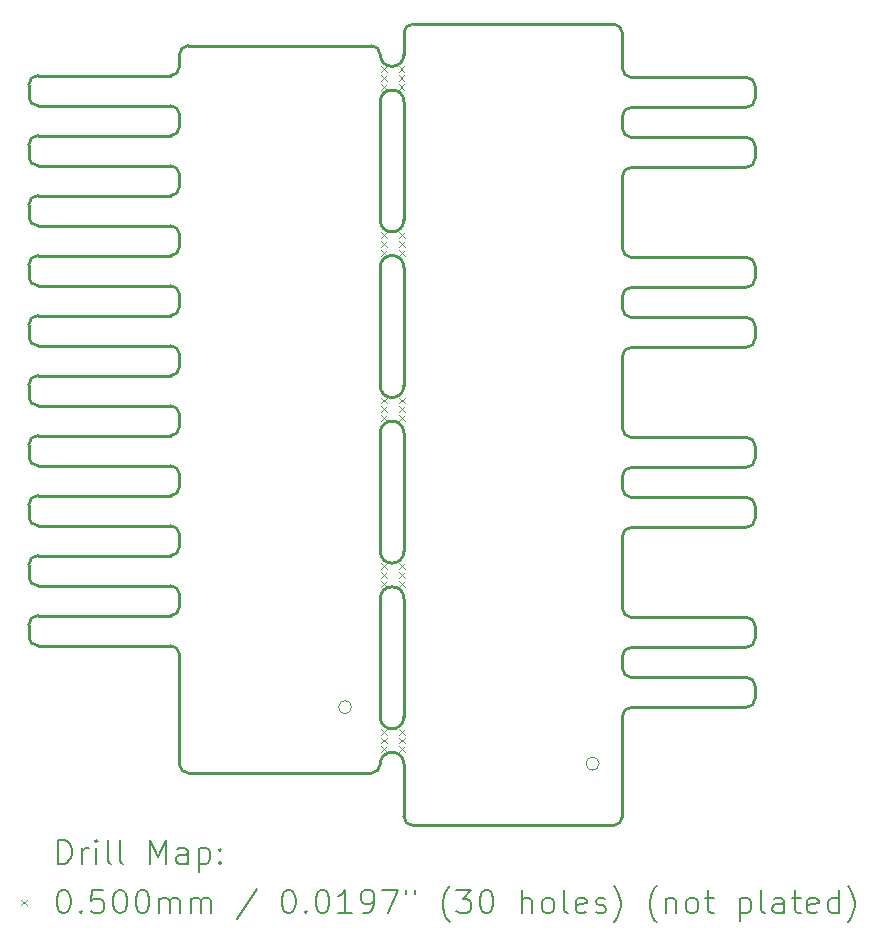
<source format=gbr>
%TF.GenerationSoftware,KiCad,Pcbnew,7.0.11*%
%TF.CreationDate,2025-07-03T12:22:18-04:00*%
%TF.ProjectId,14.1.6 - PMOS - PLC Connector Combined,31342e31-2e36-4202-9d20-504d4f53202d,rev?*%
%TF.SameCoordinates,Original*%
%TF.FileFunction,Drillmap*%
%TF.FilePolarity,Positive*%
%FSLAX45Y45*%
G04 Gerber Fmt 4.5, Leading zero omitted, Abs format (unit mm)*
G04 Created by KiCad (PCBNEW 7.0.11) date 2025-07-03 12:22:18*
%MOMM*%
%LPD*%
G01*
G04 APERTURE LIST*
%ADD10C,0.250000*%
%ADD11C,0.100000*%
%ADD12C,0.200000*%
G04 APERTURE END LIST*
D10*
X7124000Y-7599000D02*
X8249000Y-7599000D01*
X10024000Y-11518750D02*
X10024000Y-12520750D01*
X13198999Y-9212051D02*
G75*
G03*
X13124000Y-9137051I-74999J1D01*
G01*
X7049000Y-7778000D02*
X7049000Y-7674000D01*
X8249000Y-11917000D02*
X7124000Y-11917000D01*
X7124000Y-8615000D02*
X8249000Y-8615000D01*
X10224000Y-12520750D02*
X10224000Y-11518750D01*
X7049000Y-11334000D02*
X7049000Y-11230000D01*
X13124000Y-10915051D02*
X12149000Y-10915051D01*
X10024000Y-7312000D02*
X10024000Y-8314000D01*
X7049000Y-11334000D02*
G75*
G03*
X7124000Y-11409000I75000J0D01*
G01*
X13198999Y-12260051D02*
G75*
G03*
X13124000Y-12185051I-74999J1D01*
G01*
X7049000Y-8794000D02*
G75*
G03*
X7124000Y-8869000I75000J0D01*
G01*
X12073999Y-7030051D02*
G75*
G03*
X12149000Y-7105051I75001J1D01*
G01*
X8249000Y-7091000D02*
G75*
G03*
X8324000Y-7016000I0J75000D01*
G01*
X8249000Y-9377000D02*
X7124000Y-9377000D01*
X12074000Y-12006051D02*
X12074000Y-12110051D01*
X12074000Y-7942051D02*
X12074000Y-8554051D01*
X7049000Y-11842000D02*
G75*
G03*
X7124000Y-11917000I75000J0D01*
G01*
X13199000Y-12260051D02*
X13199000Y-12364051D01*
X7124000Y-8615000D02*
G75*
G03*
X7049000Y-8690000I0J-75000D01*
G01*
X7124000Y-11663000D02*
G75*
G03*
X7049000Y-11738000I0J-75000D01*
G01*
X10024000Y-6912000D02*
G75*
G03*
X10224000Y-6912000I100000J0D01*
G01*
X7049000Y-10826000D02*
G75*
G03*
X7124000Y-10901000I75000J0D01*
G01*
X8324000Y-8032000D02*
X8324000Y-7928000D01*
X12073999Y-7538051D02*
G75*
G03*
X12149000Y-7613051I75001J1D01*
G01*
X12073999Y-10586051D02*
G75*
G03*
X12149000Y-10661051I75001J1D01*
G01*
X12149000Y-7867050D02*
G75*
G03*
X12074000Y-7942051I0J-75000D01*
G01*
X8249000Y-10393000D02*
X7124000Y-10393000D01*
X12149000Y-11931050D02*
G75*
G03*
X12074000Y-12006051I0J-75000D01*
G01*
X12149000Y-8629051D02*
X13124000Y-8629051D01*
X13124000Y-7359051D02*
X12149000Y-7359051D01*
X13124000Y-9391051D02*
X12149000Y-9391051D01*
X8249000Y-7599000D02*
G75*
G03*
X8324000Y-7524000I0J75000D01*
G01*
X10024000Y-6912000D02*
G75*
G03*
X9949000Y-6837000I-75000J0D01*
G01*
X8249000Y-7345000D02*
X7124000Y-7345000D01*
X13198999Y-10736051D02*
G75*
G03*
X13124000Y-10661051I-74999J1D01*
G01*
X13199000Y-9212051D02*
X13199000Y-9316051D01*
X10024000Y-8714000D02*
X10024000Y-9716000D01*
X7049000Y-9810000D02*
G75*
G03*
X7124000Y-9885000I75000J0D01*
G01*
X13124000Y-10407051D02*
X12149000Y-10407051D01*
X7049000Y-7778000D02*
G75*
G03*
X7124000Y-7853000I75000J0D01*
G01*
X7049000Y-8794000D02*
X7049000Y-8690000D01*
X8324000Y-11080000D02*
X8324000Y-10976000D01*
X13198999Y-11752051D02*
G75*
G03*
X13124000Y-11677051I-74999J1D01*
G01*
X13124000Y-8883051D02*
X12149000Y-8883051D01*
X7124000Y-11155000D02*
G75*
G03*
X7049000Y-11230000I0J-75000D01*
G01*
X13199000Y-8704051D02*
X13199000Y-8808051D01*
X8324000Y-11484000D02*
G75*
G03*
X8249000Y-11409000I-75000J0D01*
G01*
X10224000Y-10116750D02*
G75*
G03*
X10024000Y-10116750I-100000J0D01*
G01*
X8249000Y-9123000D02*
G75*
G03*
X8324000Y-9048000I0J75000D01*
G01*
X13124000Y-9391050D02*
G75*
G03*
X13199000Y-9316051I0J75000D01*
G01*
X7124000Y-11663000D02*
X8249000Y-11663000D01*
X8249000Y-7853000D02*
X7124000Y-7853000D01*
X8249000Y-10901000D02*
X7124000Y-10901000D01*
X7049000Y-10318000D02*
X7049000Y-10214000D01*
X8324000Y-8944000D02*
G75*
G03*
X8249000Y-8869000I-75000J0D01*
G01*
X12149000Y-9391050D02*
G75*
G03*
X12074000Y-9466051I0J-75000D01*
G01*
X8324000Y-12920750D02*
G75*
G03*
X8399000Y-12995750I75000J0D01*
G01*
X8324000Y-7016000D02*
X8324000Y-6912000D01*
X7049000Y-8286000D02*
G75*
G03*
X7124000Y-8361000I75000J0D01*
G01*
X10224000Y-12920750D02*
G75*
G03*
X10024000Y-12920750I-100000J0D01*
G01*
X10224000Y-11118750D02*
X10224000Y-10116750D01*
X7124000Y-10647000D02*
G75*
G03*
X7049000Y-10722000I0J-75000D01*
G01*
X8249000Y-10647000D02*
G75*
G03*
X8324000Y-10572000I0J75000D01*
G01*
X13198999Y-10228051D02*
G75*
G03*
X13124000Y-10153051I-74999J1D01*
G01*
X10224000Y-9716000D02*
X10224000Y-8714000D01*
X12149000Y-10915050D02*
G75*
G03*
X12074000Y-10990051I0J-75000D01*
G01*
X8249000Y-8361000D02*
X7124000Y-8361000D01*
X8324000Y-10468000D02*
G75*
G03*
X8249000Y-10393000I-75000J0D01*
G01*
X8249000Y-8615000D02*
G75*
G03*
X8324000Y-8540000I0J75000D01*
G01*
X12149000Y-11677051D02*
X13124000Y-11677051D01*
X9949000Y-12995750D02*
X8399000Y-12995750D01*
X12073999Y-6730051D02*
G75*
G03*
X11999000Y-6655051I-74999J1D01*
G01*
X12073999Y-11602051D02*
G75*
G03*
X12149000Y-11677051I75001J1D01*
G01*
X13124000Y-7867050D02*
G75*
G03*
X13199000Y-7792051I0J75000D01*
G01*
X7124000Y-10139000D02*
X8249000Y-10139000D01*
X10224000Y-7312000D02*
G75*
G03*
X10024000Y-7312000I-100000J0D01*
G01*
X10299000Y-6655050D02*
G75*
G03*
X10224000Y-6730051I0J-75000D01*
G01*
X12074000Y-6730051D02*
X12074000Y-7030051D01*
X12073999Y-10078051D02*
G75*
G03*
X12149000Y-10153051I75001J1D01*
G01*
X7049000Y-8286000D02*
X7049000Y-8182000D01*
X13124000Y-11931051D02*
X12149000Y-11931051D01*
X7049000Y-10318000D02*
G75*
G03*
X7124000Y-10393000I75000J0D01*
G01*
X13199000Y-7688051D02*
X13199000Y-7792051D01*
X8324000Y-10976000D02*
G75*
G03*
X8249000Y-10901000I-75000J0D01*
G01*
X12074000Y-10482051D02*
X12074000Y-10586051D01*
X7124000Y-7599000D02*
G75*
G03*
X7049000Y-7674000I0J-75000D01*
G01*
X8249000Y-8107000D02*
G75*
G03*
X8324000Y-8032000I0J75000D01*
G01*
X8324000Y-10064000D02*
X8324000Y-9960000D01*
X12149000Y-7359050D02*
G75*
G03*
X12074000Y-7434051I0J-75000D01*
G01*
X10024000Y-10116750D02*
X10024000Y-11118750D01*
X8324000Y-8436000D02*
G75*
G03*
X8249000Y-8361000I-75000J0D01*
G01*
X7124000Y-11155000D02*
X8249000Y-11155000D01*
X7049000Y-7270000D02*
X7049000Y-7166000D01*
X8324000Y-11992000D02*
G75*
G03*
X8249000Y-11917000I-75000J0D01*
G01*
X12149000Y-10407050D02*
G75*
G03*
X12074000Y-10482051I0J-75000D01*
G01*
X12074000Y-9466051D02*
X12074000Y-10078051D01*
X8324000Y-11588000D02*
X8324000Y-11484000D01*
X13124000Y-11931050D02*
G75*
G03*
X13199000Y-11856051I0J75000D01*
G01*
X10024000Y-11118750D02*
G75*
G03*
X10224000Y-11118750I100000J0D01*
G01*
X7124000Y-10139000D02*
G75*
G03*
X7049000Y-10214000I0J-75000D01*
G01*
X8399000Y-6837000D02*
G75*
G03*
X8324000Y-6912000I0J-75000D01*
G01*
X7049000Y-10826000D02*
X7049000Y-10722000D01*
X13198999Y-7180051D02*
G75*
G03*
X13124000Y-7105051I-74999J1D01*
G01*
X12073999Y-9062051D02*
G75*
G03*
X12149000Y-9137051I75001J1D01*
G01*
X7124000Y-7091000D02*
G75*
G03*
X7049000Y-7166000I0J-75000D01*
G01*
X8324000Y-8540000D02*
X8324000Y-8436000D01*
X12073999Y-8554051D02*
G75*
G03*
X12149000Y-8629051I75001J1D01*
G01*
X7124000Y-9123000D02*
G75*
G03*
X7049000Y-9198000I0J-75000D01*
G01*
X12149000Y-8883050D02*
G75*
G03*
X12074000Y-8958051I0J-75000D01*
G01*
X7124000Y-9631000D02*
G75*
G03*
X7049000Y-9706000I0J-75000D01*
G01*
X7049000Y-9810000D02*
X7049000Y-9706000D01*
X7049000Y-9302000D02*
X7049000Y-9198000D01*
X8324000Y-7420000D02*
G75*
G03*
X8249000Y-7345000I-75000J0D01*
G01*
X8249000Y-11409000D02*
X7124000Y-11409000D01*
X7049000Y-9302000D02*
G75*
G03*
X7124000Y-9377000I75000J0D01*
G01*
X13124000Y-12439050D02*
G75*
G03*
X13199000Y-12364051I0J75000D01*
G01*
X12149000Y-12185051D02*
X13124000Y-12185051D01*
X7049000Y-7270000D02*
G75*
G03*
X7124000Y-7345000I75000J0D01*
G01*
X8324000Y-10572000D02*
X8324000Y-10468000D01*
X10224000Y-6912000D02*
X10224000Y-6730051D01*
X12073999Y-12110051D02*
G75*
G03*
X12149000Y-12185051I75001J1D01*
G01*
X7124000Y-9631000D02*
X8249000Y-9631000D01*
X7124000Y-8107000D02*
G75*
G03*
X7049000Y-8182000I0J-75000D01*
G01*
X12074000Y-8958051D02*
X12074000Y-9062051D01*
X8324000Y-9960000D02*
G75*
G03*
X8249000Y-9885000I-75000J0D01*
G01*
X8249000Y-9885000D02*
X7124000Y-9885000D01*
X10024000Y-8314000D02*
G75*
G03*
X10224000Y-8314000I100000J0D01*
G01*
X11999000Y-13439051D02*
X10299000Y-13439051D01*
X8249000Y-11663000D02*
G75*
G03*
X8324000Y-11588000I0J75000D01*
G01*
X7124000Y-8107000D02*
X8249000Y-8107000D01*
X7124000Y-7091000D02*
X8249000Y-7091000D01*
X8324000Y-7524000D02*
X8324000Y-7420000D01*
X10224000Y-13364051D02*
X10224000Y-12920750D01*
X11999000Y-13439050D02*
G75*
G03*
X12074000Y-13364051I0J75000D01*
G01*
X13124000Y-10407050D02*
G75*
G03*
X13199000Y-10332051I0J75000D01*
G01*
X10224000Y-8714000D02*
G75*
G03*
X10024000Y-8714000I-100000J0D01*
G01*
X8324000Y-9452000D02*
G75*
G03*
X8249000Y-9377000I-75000J0D01*
G01*
X10224000Y-11518750D02*
G75*
G03*
X10024000Y-11518750I-100000J0D01*
G01*
X10024000Y-12520750D02*
G75*
G03*
X10224000Y-12520750I100000J0D01*
G01*
X12074000Y-10990051D02*
X12074000Y-11602051D01*
X9949000Y-12995750D02*
G75*
G03*
X10024000Y-12920750I0J75000D01*
G01*
X12074000Y-7434051D02*
X12074000Y-7538051D01*
X13199000Y-7180051D02*
X13199000Y-7284051D01*
X12149000Y-10153051D02*
X13124000Y-10153051D01*
X10224000Y-8314000D02*
X10224000Y-7312000D01*
X8324000Y-12920750D02*
X8324000Y-11992000D01*
X8249000Y-9631000D02*
G75*
G03*
X8324000Y-9556000I0J75000D01*
G01*
X7049000Y-11842000D02*
X7049000Y-11738000D01*
X8324000Y-9048000D02*
X8324000Y-8944000D01*
X13199000Y-10736051D02*
X13199000Y-10840051D01*
X10223999Y-13364051D02*
G75*
G03*
X10299000Y-13439051I75001J1D01*
G01*
X12149000Y-7613051D02*
X13124000Y-7613051D01*
X13124000Y-12439051D02*
X12149000Y-12439051D01*
X13198999Y-8704051D02*
G75*
G03*
X13124000Y-8629051I-74999J1D01*
G01*
X8249000Y-10139000D02*
G75*
G03*
X8324000Y-10064000I0J75000D01*
G01*
X8324000Y-7928000D02*
G75*
G03*
X8249000Y-7853000I-75000J0D01*
G01*
X8399000Y-6837000D02*
X9949000Y-6837000D01*
X13124000Y-8883050D02*
G75*
G03*
X13199000Y-8808051I0J75000D01*
G01*
X7124000Y-10647000D02*
X8249000Y-10647000D01*
X13199000Y-10228051D02*
X13199000Y-10332051D01*
X13124000Y-7359050D02*
G75*
G03*
X13199000Y-7284051I0J75000D01*
G01*
X13124000Y-10915050D02*
G75*
G03*
X13199000Y-10840051I0J75000D01*
G01*
X12149000Y-12439050D02*
G75*
G03*
X12074000Y-12514051I0J-75000D01*
G01*
X13198999Y-7688051D02*
G75*
G03*
X13124000Y-7613051I-74999J1D01*
G01*
X8324000Y-9556000D02*
X8324000Y-9452000D01*
X12149000Y-9137051D02*
X13124000Y-9137051D01*
X10299000Y-6655051D02*
X11999000Y-6655051D01*
X13124000Y-7867051D02*
X12149000Y-7867051D01*
X8249000Y-11155000D02*
G75*
G03*
X8324000Y-11080000I0J75000D01*
G01*
X13199000Y-11752051D02*
X13199000Y-11856051D01*
X12149000Y-10661051D02*
X13124000Y-10661051D01*
X7124000Y-9123000D02*
X8249000Y-9123000D01*
X8249000Y-8869000D02*
X7124000Y-8869000D01*
X10024000Y-9716000D02*
G75*
G03*
X10224000Y-9716000I100000J0D01*
G01*
X12149000Y-7105051D02*
X13124000Y-7105051D01*
X12074000Y-12514051D02*
X12074000Y-13364051D01*
D11*
X9781000Y-12437000D02*
G75*
G03*
X9671000Y-12437000I-55000J0D01*
G01*
X9671000Y-12437000D02*
G75*
G03*
X9781000Y-12437000I55000J0D01*
G01*
X11877000Y-12916000D02*
G75*
G03*
X11767000Y-12916000I-55000J0D01*
G01*
X11767000Y-12916000D02*
G75*
G03*
X11877000Y-12916000I55000J0D01*
G01*
D12*
D11*
X10029000Y-7011000D02*
X10079000Y-7061000D01*
X10079000Y-7011000D02*
X10029000Y-7061000D01*
X10029000Y-7086000D02*
X10079000Y-7136000D01*
X10079000Y-7086000D02*
X10029000Y-7136000D01*
X10029000Y-7161000D02*
X10079000Y-7211000D01*
X10079000Y-7161000D02*
X10029000Y-7211000D01*
X10030000Y-8414000D02*
X10080000Y-8464000D01*
X10080000Y-8414000D02*
X10030000Y-8464000D01*
X10030000Y-8489000D02*
X10080000Y-8539000D01*
X10080000Y-8489000D02*
X10030000Y-8539000D01*
X10030000Y-8564000D02*
X10080000Y-8614000D01*
X10080000Y-8564000D02*
X10030000Y-8614000D01*
X10030000Y-9816000D02*
X10080000Y-9866000D01*
X10080000Y-9816000D02*
X10030000Y-9866000D01*
X10030000Y-9891000D02*
X10080000Y-9941000D01*
X10080000Y-9891000D02*
X10030000Y-9941000D01*
X10030000Y-9966000D02*
X10080000Y-10016000D01*
X10080000Y-9966000D02*
X10030000Y-10016000D01*
X10030000Y-11217000D02*
X10080000Y-11267000D01*
X10080000Y-11217000D02*
X10030000Y-11267000D01*
X10030000Y-11292000D02*
X10080000Y-11342000D01*
X10080000Y-11292000D02*
X10030000Y-11342000D01*
X10030000Y-11367000D02*
X10080000Y-11417000D01*
X10080000Y-11367000D02*
X10030000Y-11417000D01*
X10030000Y-12620000D02*
X10080000Y-12670000D01*
X10080000Y-12620000D02*
X10030000Y-12670000D01*
X10030000Y-12695000D02*
X10080000Y-12745000D01*
X10080000Y-12695000D02*
X10030000Y-12745000D01*
X10030000Y-12770000D02*
X10080000Y-12820000D01*
X10080000Y-12770000D02*
X10030000Y-12820000D01*
X10179000Y-7011000D02*
X10229000Y-7061000D01*
X10229000Y-7011000D02*
X10179000Y-7061000D01*
X10179000Y-7086000D02*
X10229000Y-7136000D01*
X10229000Y-7086000D02*
X10179000Y-7136000D01*
X10179000Y-7161000D02*
X10229000Y-7211000D01*
X10229000Y-7161000D02*
X10179000Y-7211000D01*
X10180000Y-8414000D02*
X10230000Y-8464000D01*
X10230000Y-8414000D02*
X10180000Y-8464000D01*
X10180000Y-8489000D02*
X10230000Y-8539000D01*
X10230000Y-8489000D02*
X10180000Y-8539000D01*
X10180000Y-8564000D02*
X10230000Y-8614000D01*
X10230000Y-8564000D02*
X10180000Y-8614000D01*
X10180000Y-9816000D02*
X10230000Y-9866000D01*
X10230000Y-9816000D02*
X10180000Y-9866000D01*
X10180000Y-9891000D02*
X10230000Y-9941000D01*
X10230000Y-9891000D02*
X10180000Y-9941000D01*
X10180000Y-9966000D02*
X10230000Y-10016000D01*
X10230000Y-9966000D02*
X10180000Y-10016000D01*
X10180000Y-11217000D02*
X10230000Y-11267000D01*
X10230000Y-11217000D02*
X10180000Y-11267000D01*
X10180000Y-11292000D02*
X10230000Y-11342000D01*
X10230000Y-11292000D02*
X10180000Y-11342000D01*
X10180000Y-11367000D02*
X10230000Y-11417000D01*
X10230000Y-11367000D02*
X10180000Y-11417000D01*
X10180000Y-12620000D02*
X10230000Y-12670000D01*
X10230000Y-12620000D02*
X10180000Y-12670000D01*
X10180000Y-12695000D02*
X10230000Y-12745000D01*
X10230000Y-12695000D02*
X10180000Y-12745000D01*
X10180000Y-12770000D02*
X10230000Y-12820000D01*
X10230000Y-12770000D02*
X10180000Y-12820000D01*
D12*
X7297277Y-13763035D02*
X7297277Y-13563035D01*
X7297277Y-13563035D02*
X7344896Y-13563035D01*
X7344896Y-13563035D02*
X7373467Y-13572559D01*
X7373467Y-13572559D02*
X7392515Y-13591606D01*
X7392515Y-13591606D02*
X7402039Y-13610654D01*
X7402039Y-13610654D02*
X7411562Y-13648749D01*
X7411562Y-13648749D02*
X7411562Y-13677320D01*
X7411562Y-13677320D02*
X7402039Y-13715416D01*
X7402039Y-13715416D02*
X7392515Y-13734463D01*
X7392515Y-13734463D02*
X7373467Y-13753511D01*
X7373467Y-13753511D02*
X7344896Y-13763035D01*
X7344896Y-13763035D02*
X7297277Y-13763035D01*
X7497277Y-13763035D02*
X7497277Y-13629701D01*
X7497277Y-13667797D02*
X7506801Y-13648749D01*
X7506801Y-13648749D02*
X7516324Y-13639225D01*
X7516324Y-13639225D02*
X7535372Y-13629701D01*
X7535372Y-13629701D02*
X7554420Y-13629701D01*
X7621086Y-13763035D02*
X7621086Y-13629701D01*
X7621086Y-13563035D02*
X7611562Y-13572559D01*
X7611562Y-13572559D02*
X7621086Y-13582082D01*
X7621086Y-13582082D02*
X7630610Y-13572559D01*
X7630610Y-13572559D02*
X7621086Y-13563035D01*
X7621086Y-13563035D02*
X7621086Y-13582082D01*
X7744896Y-13763035D02*
X7725848Y-13753511D01*
X7725848Y-13753511D02*
X7716324Y-13734463D01*
X7716324Y-13734463D02*
X7716324Y-13563035D01*
X7849658Y-13763035D02*
X7830610Y-13753511D01*
X7830610Y-13753511D02*
X7821086Y-13734463D01*
X7821086Y-13734463D02*
X7821086Y-13563035D01*
X8078229Y-13763035D02*
X8078229Y-13563035D01*
X8078229Y-13563035D02*
X8144896Y-13705892D01*
X8144896Y-13705892D02*
X8211562Y-13563035D01*
X8211562Y-13563035D02*
X8211562Y-13763035D01*
X8392515Y-13763035D02*
X8392515Y-13658273D01*
X8392515Y-13658273D02*
X8382991Y-13639225D01*
X8382991Y-13639225D02*
X8363943Y-13629701D01*
X8363943Y-13629701D02*
X8325848Y-13629701D01*
X8325848Y-13629701D02*
X8306801Y-13639225D01*
X8392515Y-13753511D02*
X8373467Y-13763035D01*
X8373467Y-13763035D02*
X8325848Y-13763035D01*
X8325848Y-13763035D02*
X8306801Y-13753511D01*
X8306801Y-13753511D02*
X8297277Y-13734463D01*
X8297277Y-13734463D02*
X8297277Y-13715416D01*
X8297277Y-13715416D02*
X8306801Y-13696368D01*
X8306801Y-13696368D02*
X8325848Y-13686844D01*
X8325848Y-13686844D02*
X8373467Y-13686844D01*
X8373467Y-13686844D02*
X8392515Y-13677320D01*
X8487753Y-13629701D02*
X8487753Y-13829701D01*
X8487753Y-13639225D02*
X8506801Y-13629701D01*
X8506801Y-13629701D02*
X8544896Y-13629701D01*
X8544896Y-13629701D02*
X8563944Y-13639225D01*
X8563944Y-13639225D02*
X8573467Y-13648749D01*
X8573467Y-13648749D02*
X8582991Y-13667797D01*
X8582991Y-13667797D02*
X8582991Y-13724939D01*
X8582991Y-13724939D02*
X8573467Y-13743987D01*
X8573467Y-13743987D02*
X8563944Y-13753511D01*
X8563944Y-13753511D02*
X8544896Y-13763035D01*
X8544896Y-13763035D02*
X8506801Y-13763035D01*
X8506801Y-13763035D02*
X8487753Y-13753511D01*
X8668705Y-13743987D02*
X8678229Y-13753511D01*
X8678229Y-13753511D02*
X8668705Y-13763035D01*
X8668705Y-13763035D02*
X8659182Y-13753511D01*
X8659182Y-13753511D02*
X8668705Y-13743987D01*
X8668705Y-13743987D02*
X8668705Y-13763035D01*
X8668705Y-13639225D02*
X8678229Y-13648749D01*
X8678229Y-13648749D02*
X8668705Y-13658273D01*
X8668705Y-13658273D02*
X8659182Y-13648749D01*
X8659182Y-13648749D02*
X8668705Y-13639225D01*
X8668705Y-13639225D02*
X8668705Y-13658273D01*
D11*
X6986500Y-14066551D02*
X7036500Y-14116551D01*
X7036500Y-14066551D02*
X6986500Y-14116551D01*
D12*
X7335372Y-13983035D02*
X7354420Y-13983035D01*
X7354420Y-13983035D02*
X7373467Y-13992559D01*
X7373467Y-13992559D02*
X7382991Y-14002082D01*
X7382991Y-14002082D02*
X7392515Y-14021130D01*
X7392515Y-14021130D02*
X7402039Y-14059225D01*
X7402039Y-14059225D02*
X7402039Y-14106844D01*
X7402039Y-14106844D02*
X7392515Y-14144939D01*
X7392515Y-14144939D02*
X7382991Y-14163987D01*
X7382991Y-14163987D02*
X7373467Y-14173511D01*
X7373467Y-14173511D02*
X7354420Y-14183035D01*
X7354420Y-14183035D02*
X7335372Y-14183035D01*
X7335372Y-14183035D02*
X7316324Y-14173511D01*
X7316324Y-14173511D02*
X7306801Y-14163987D01*
X7306801Y-14163987D02*
X7297277Y-14144939D01*
X7297277Y-14144939D02*
X7287753Y-14106844D01*
X7287753Y-14106844D02*
X7287753Y-14059225D01*
X7287753Y-14059225D02*
X7297277Y-14021130D01*
X7297277Y-14021130D02*
X7306801Y-14002082D01*
X7306801Y-14002082D02*
X7316324Y-13992559D01*
X7316324Y-13992559D02*
X7335372Y-13983035D01*
X7487753Y-14163987D02*
X7497277Y-14173511D01*
X7497277Y-14173511D02*
X7487753Y-14183035D01*
X7487753Y-14183035D02*
X7478229Y-14173511D01*
X7478229Y-14173511D02*
X7487753Y-14163987D01*
X7487753Y-14163987D02*
X7487753Y-14183035D01*
X7678229Y-13983035D02*
X7582991Y-13983035D01*
X7582991Y-13983035D02*
X7573467Y-14078273D01*
X7573467Y-14078273D02*
X7582991Y-14068749D01*
X7582991Y-14068749D02*
X7602039Y-14059225D01*
X7602039Y-14059225D02*
X7649658Y-14059225D01*
X7649658Y-14059225D02*
X7668705Y-14068749D01*
X7668705Y-14068749D02*
X7678229Y-14078273D01*
X7678229Y-14078273D02*
X7687753Y-14097320D01*
X7687753Y-14097320D02*
X7687753Y-14144939D01*
X7687753Y-14144939D02*
X7678229Y-14163987D01*
X7678229Y-14163987D02*
X7668705Y-14173511D01*
X7668705Y-14173511D02*
X7649658Y-14183035D01*
X7649658Y-14183035D02*
X7602039Y-14183035D01*
X7602039Y-14183035D02*
X7582991Y-14173511D01*
X7582991Y-14173511D02*
X7573467Y-14163987D01*
X7811562Y-13983035D02*
X7830610Y-13983035D01*
X7830610Y-13983035D02*
X7849658Y-13992559D01*
X7849658Y-13992559D02*
X7859182Y-14002082D01*
X7859182Y-14002082D02*
X7868705Y-14021130D01*
X7868705Y-14021130D02*
X7878229Y-14059225D01*
X7878229Y-14059225D02*
X7878229Y-14106844D01*
X7878229Y-14106844D02*
X7868705Y-14144939D01*
X7868705Y-14144939D02*
X7859182Y-14163987D01*
X7859182Y-14163987D02*
X7849658Y-14173511D01*
X7849658Y-14173511D02*
X7830610Y-14183035D01*
X7830610Y-14183035D02*
X7811562Y-14183035D01*
X7811562Y-14183035D02*
X7792515Y-14173511D01*
X7792515Y-14173511D02*
X7782991Y-14163987D01*
X7782991Y-14163987D02*
X7773467Y-14144939D01*
X7773467Y-14144939D02*
X7763943Y-14106844D01*
X7763943Y-14106844D02*
X7763943Y-14059225D01*
X7763943Y-14059225D02*
X7773467Y-14021130D01*
X7773467Y-14021130D02*
X7782991Y-14002082D01*
X7782991Y-14002082D02*
X7792515Y-13992559D01*
X7792515Y-13992559D02*
X7811562Y-13983035D01*
X8002039Y-13983035D02*
X8021086Y-13983035D01*
X8021086Y-13983035D02*
X8040134Y-13992559D01*
X8040134Y-13992559D02*
X8049658Y-14002082D01*
X8049658Y-14002082D02*
X8059182Y-14021130D01*
X8059182Y-14021130D02*
X8068705Y-14059225D01*
X8068705Y-14059225D02*
X8068705Y-14106844D01*
X8068705Y-14106844D02*
X8059182Y-14144939D01*
X8059182Y-14144939D02*
X8049658Y-14163987D01*
X8049658Y-14163987D02*
X8040134Y-14173511D01*
X8040134Y-14173511D02*
X8021086Y-14183035D01*
X8021086Y-14183035D02*
X8002039Y-14183035D01*
X8002039Y-14183035D02*
X7982991Y-14173511D01*
X7982991Y-14173511D02*
X7973467Y-14163987D01*
X7973467Y-14163987D02*
X7963943Y-14144939D01*
X7963943Y-14144939D02*
X7954420Y-14106844D01*
X7954420Y-14106844D02*
X7954420Y-14059225D01*
X7954420Y-14059225D02*
X7963943Y-14021130D01*
X7963943Y-14021130D02*
X7973467Y-14002082D01*
X7973467Y-14002082D02*
X7982991Y-13992559D01*
X7982991Y-13992559D02*
X8002039Y-13983035D01*
X8154420Y-14183035D02*
X8154420Y-14049701D01*
X8154420Y-14068749D02*
X8163943Y-14059225D01*
X8163943Y-14059225D02*
X8182991Y-14049701D01*
X8182991Y-14049701D02*
X8211563Y-14049701D01*
X8211563Y-14049701D02*
X8230610Y-14059225D01*
X8230610Y-14059225D02*
X8240134Y-14078273D01*
X8240134Y-14078273D02*
X8240134Y-14183035D01*
X8240134Y-14078273D02*
X8249658Y-14059225D01*
X8249658Y-14059225D02*
X8268705Y-14049701D01*
X8268705Y-14049701D02*
X8297277Y-14049701D01*
X8297277Y-14049701D02*
X8316324Y-14059225D01*
X8316324Y-14059225D02*
X8325848Y-14078273D01*
X8325848Y-14078273D02*
X8325848Y-14183035D01*
X8421086Y-14183035D02*
X8421086Y-14049701D01*
X8421086Y-14068749D02*
X8430610Y-14059225D01*
X8430610Y-14059225D02*
X8449658Y-14049701D01*
X8449658Y-14049701D02*
X8478229Y-14049701D01*
X8478229Y-14049701D02*
X8497277Y-14059225D01*
X8497277Y-14059225D02*
X8506801Y-14078273D01*
X8506801Y-14078273D02*
X8506801Y-14183035D01*
X8506801Y-14078273D02*
X8516325Y-14059225D01*
X8516325Y-14059225D02*
X8535372Y-14049701D01*
X8535372Y-14049701D02*
X8563944Y-14049701D01*
X8563944Y-14049701D02*
X8582991Y-14059225D01*
X8582991Y-14059225D02*
X8592515Y-14078273D01*
X8592515Y-14078273D02*
X8592515Y-14183035D01*
X8982991Y-13973511D02*
X8811563Y-14230654D01*
X9240134Y-13983035D02*
X9259182Y-13983035D01*
X9259182Y-13983035D02*
X9278229Y-13992559D01*
X9278229Y-13992559D02*
X9287753Y-14002082D01*
X9287753Y-14002082D02*
X9297277Y-14021130D01*
X9297277Y-14021130D02*
X9306801Y-14059225D01*
X9306801Y-14059225D02*
X9306801Y-14106844D01*
X9306801Y-14106844D02*
X9297277Y-14144939D01*
X9297277Y-14144939D02*
X9287753Y-14163987D01*
X9287753Y-14163987D02*
X9278229Y-14173511D01*
X9278229Y-14173511D02*
X9259182Y-14183035D01*
X9259182Y-14183035D02*
X9240134Y-14183035D01*
X9240134Y-14183035D02*
X9221087Y-14173511D01*
X9221087Y-14173511D02*
X9211563Y-14163987D01*
X9211563Y-14163987D02*
X9202039Y-14144939D01*
X9202039Y-14144939D02*
X9192515Y-14106844D01*
X9192515Y-14106844D02*
X9192515Y-14059225D01*
X9192515Y-14059225D02*
X9202039Y-14021130D01*
X9202039Y-14021130D02*
X9211563Y-14002082D01*
X9211563Y-14002082D02*
X9221087Y-13992559D01*
X9221087Y-13992559D02*
X9240134Y-13983035D01*
X9392515Y-14163987D02*
X9402039Y-14173511D01*
X9402039Y-14173511D02*
X9392515Y-14183035D01*
X9392515Y-14183035D02*
X9382991Y-14173511D01*
X9382991Y-14173511D02*
X9392515Y-14163987D01*
X9392515Y-14163987D02*
X9392515Y-14183035D01*
X9525848Y-13983035D02*
X9544896Y-13983035D01*
X9544896Y-13983035D02*
X9563944Y-13992559D01*
X9563944Y-13992559D02*
X9573468Y-14002082D01*
X9573468Y-14002082D02*
X9582991Y-14021130D01*
X9582991Y-14021130D02*
X9592515Y-14059225D01*
X9592515Y-14059225D02*
X9592515Y-14106844D01*
X9592515Y-14106844D02*
X9582991Y-14144939D01*
X9582991Y-14144939D02*
X9573468Y-14163987D01*
X9573468Y-14163987D02*
X9563944Y-14173511D01*
X9563944Y-14173511D02*
X9544896Y-14183035D01*
X9544896Y-14183035D02*
X9525848Y-14183035D01*
X9525848Y-14183035D02*
X9506801Y-14173511D01*
X9506801Y-14173511D02*
X9497277Y-14163987D01*
X9497277Y-14163987D02*
X9487753Y-14144939D01*
X9487753Y-14144939D02*
X9478229Y-14106844D01*
X9478229Y-14106844D02*
X9478229Y-14059225D01*
X9478229Y-14059225D02*
X9487753Y-14021130D01*
X9487753Y-14021130D02*
X9497277Y-14002082D01*
X9497277Y-14002082D02*
X9506801Y-13992559D01*
X9506801Y-13992559D02*
X9525848Y-13983035D01*
X9782991Y-14183035D02*
X9668706Y-14183035D01*
X9725848Y-14183035D02*
X9725848Y-13983035D01*
X9725848Y-13983035D02*
X9706801Y-14011606D01*
X9706801Y-14011606D02*
X9687753Y-14030654D01*
X9687753Y-14030654D02*
X9668706Y-14040178D01*
X9878229Y-14183035D02*
X9916325Y-14183035D01*
X9916325Y-14183035D02*
X9935372Y-14173511D01*
X9935372Y-14173511D02*
X9944896Y-14163987D01*
X9944896Y-14163987D02*
X9963944Y-14135416D01*
X9963944Y-14135416D02*
X9973468Y-14097320D01*
X9973468Y-14097320D02*
X9973468Y-14021130D01*
X9973468Y-14021130D02*
X9963944Y-14002082D01*
X9963944Y-14002082D02*
X9954420Y-13992559D01*
X9954420Y-13992559D02*
X9935372Y-13983035D01*
X9935372Y-13983035D02*
X9897277Y-13983035D01*
X9897277Y-13983035D02*
X9878229Y-13992559D01*
X9878229Y-13992559D02*
X9868706Y-14002082D01*
X9868706Y-14002082D02*
X9859182Y-14021130D01*
X9859182Y-14021130D02*
X9859182Y-14068749D01*
X9859182Y-14068749D02*
X9868706Y-14087797D01*
X9868706Y-14087797D02*
X9878229Y-14097320D01*
X9878229Y-14097320D02*
X9897277Y-14106844D01*
X9897277Y-14106844D02*
X9935372Y-14106844D01*
X9935372Y-14106844D02*
X9954420Y-14097320D01*
X9954420Y-14097320D02*
X9963944Y-14087797D01*
X9963944Y-14087797D02*
X9973468Y-14068749D01*
X10040134Y-13983035D02*
X10173468Y-13983035D01*
X10173468Y-13983035D02*
X10087753Y-14183035D01*
X10240134Y-13983035D02*
X10240134Y-14021130D01*
X10316325Y-13983035D02*
X10316325Y-14021130D01*
X10611563Y-14259225D02*
X10602039Y-14249701D01*
X10602039Y-14249701D02*
X10582991Y-14221130D01*
X10582991Y-14221130D02*
X10573468Y-14202082D01*
X10573468Y-14202082D02*
X10563944Y-14173511D01*
X10563944Y-14173511D02*
X10554420Y-14125892D01*
X10554420Y-14125892D02*
X10554420Y-14087797D01*
X10554420Y-14087797D02*
X10563944Y-14040178D01*
X10563944Y-14040178D02*
X10573468Y-14011606D01*
X10573468Y-14011606D02*
X10582991Y-13992559D01*
X10582991Y-13992559D02*
X10602039Y-13963987D01*
X10602039Y-13963987D02*
X10611563Y-13954463D01*
X10668706Y-13983035D02*
X10792515Y-13983035D01*
X10792515Y-13983035D02*
X10725849Y-14059225D01*
X10725849Y-14059225D02*
X10754420Y-14059225D01*
X10754420Y-14059225D02*
X10773468Y-14068749D01*
X10773468Y-14068749D02*
X10782991Y-14078273D01*
X10782991Y-14078273D02*
X10792515Y-14097320D01*
X10792515Y-14097320D02*
X10792515Y-14144939D01*
X10792515Y-14144939D02*
X10782991Y-14163987D01*
X10782991Y-14163987D02*
X10773468Y-14173511D01*
X10773468Y-14173511D02*
X10754420Y-14183035D01*
X10754420Y-14183035D02*
X10697277Y-14183035D01*
X10697277Y-14183035D02*
X10678230Y-14173511D01*
X10678230Y-14173511D02*
X10668706Y-14163987D01*
X10916325Y-13983035D02*
X10935372Y-13983035D01*
X10935372Y-13983035D02*
X10954420Y-13992559D01*
X10954420Y-13992559D02*
X10963944Y-14002082D01*
X10963944Y-14002082D02*
X10973468Y-14021130D01*
X10973468Y-14021130D02*
X10982991Y-14059225D01*
X10982991Y-14059225D02*
X10982991Y-14106844D01*
X10982991Y-14106844D02*
X10973468Y-14144939D01*
X10973468Y-14144939D02*
X10963944Y-14163987D01*
X10963944Y-14163987D02*
X10954420Y-14173511D01*
X10954420Y-14173511D02*
X10935372Y-14183035D01*
X10935372Y-14183035D02*
X10916325Y-14183035D01*
X10916325Y-14183035D02*
X10897277Y-14173511D01*
X10897277Y-14173511D02*
X10887753Y-14163987D01*
X10887753Y-14163987D02*
X10878230Y-14144939D01*
X10878230Y-14144939D02*
X10868706Y-14106844D01*
X10868706Y-14106844D02*
X10868706Y-14059225D01*
X10868706Y-14059225D02*
X10878230Y-14021130D01*
X10878230Y-14021130D02*
X10887753Y-14002082D01*
X10887753Y-14002082D02*
X10897277Y-13992559D01*
X10897277Y-13992559D02*
X10916325Y-13983035D01*
X11221087Y-14183035D02*
X11221087Y-13983035D01*
X11306801Y-14183035D02*
X11306801Y-14078273D01*
X11306801Y-14078273D02*
X11297277Y-14059225D01*
X11297277Y-14059225D02*
X11278230Y-14049701D01*
X11278230Y-14049701D02*
X11249658Y-14049701D01*
X11249658Y-14049701D02*
X11230610Y-14059225D01*
X11230610Y-14059225D02*
X11221087Y-14068749D01*
X11430610Y-14183035D02*
X11411563Y-14173511D01*
X11411563Y-14173511D02*
X11402039Y-14163987D01*
X11402039Y-14163987D02*
X11392515Y-14144939D01*
X11392515Y-14144939D02*
X11392515Y-14087797D01*
X11392515Y-14087797D02*
X11402039Y-14068749D01*
X11402039Y-14068749D02*
X11411563Y-14059225D01*
X11411563Y-14059225D02*
X11430610Y-14049701D01*
X11430610Y-14049701D02*
X11459182Y-14049701D01*
X11459182Y-14049701D02*
X11478230Y-14059225D01*
X11478230Y-14059225D02*
X11487753Y-14068749D01*
X11487753Y-14068749D02*
X11497277Y-14087797D01*
X11497277Y-14087797D02*
X11497277Y-14144939D01*
X11497277Y-14144939D02*
X11487753Y-14163987D01*
X11487753Y-14163987D02*
X11478230Y-14173511D01*
X11478230Y-14173511D02*
X11459182Y-14183035D01*
X11459182Y-14183035D02*
X11430610Y-14183035D01*
X11611563Y-14183035D02*
X11592515Y-14173511D01*
X11592515Y-14173511D02*
X11582991Y-14154463D01*
X11582991Y-14154463D02*
X11582991Y-13983035D01*
X11763944Y-14173511D02*
X11744896Y-14183035D01*
X11744896Y-14183035D02*
X11706801Y-14183035D01*
X11706801Y-14183035D02*
X11687753Y-14173511D01*
X11687753Y-14173511D02*
X11678230Y-14154463D01*
X11678230Y-14154463D02*
X11678230Y-14078273D01*
X11678230Y-14078273D02*
X11687753Y-14059225D01*
X11687753Y-14059225D02*
X11706801Y-14049701D01*
X11706801Y-14049701D02*
X11744896Y-14049701D01*
X11744896Y-14049701D02*
X11763944Y-14059225D01*
X11763944Y-14059225D02*
X11773468Y-14078273D01*
X11773468Y-14078273D02*
X11773468Y-14097320D01*
X11773468Y-14097320D02*
X11678230Y-14116368D01*
X11849658Y-14173511D02*
X11868706Y-14183035D01*
X11868706Y-14183035D02*
X11906801Y-14183035D01*
X11906801Y-14183035D02*
X11925849Y-14173511D01*
X11925849Y-14173511D02*
X11935372Y-14154463D01*
X11935372Y-14154463D02*
X11935372Y-14144939D01*
X11935372Y-14144939D02*
X11925849Y-14125892D01*
X11925849Y-14125892D02*
X11906801Y-14116368D01*
X11906801Y-14116368D02*
X11878230Y-14116368D01*
X11878230Y-14116368D02*
X11859182Y-14106844D01*
X11859182Y-14106844D02*
X11849658Y-14087797D01*
X11849658Y-14087797D02*
X11849658Y-14078273D01*
X11849658Y-14078273D02*
X11859182Y-14059225D01*
X11859182Y-14059225D02*
X11878230Y-14049701D01*
X11878230Y-14049701D02*
X11906801Y-14049701D01*
X11906801Y-14049701D02*
X11925849Y-14059225D01*
X12002039Y-14259225D02*
X12011563Y-14249701D01*
X12011563Y-14249701D02*
X12030611Y-14221130D01*
X12030611Y-14221130D02*
X12040134Y-14202082D01*
X12040134Y-14202082D02*
X12049658Y-14173511D01*
X12049658Y-14173511D02*
X12059182Y-14125892D01*
X12059182Y-14125892D02*
X12059182Y-14087797D01*
X12059182Y-14087797D02*
X12049658Y-14040178D01*
X12049658Y-14040178D02*
X12040134Y-14011606D01*
X12040134Y-14011606D02*
X12030611Y-13992559D01*
X12030611Y-13992559D02*
X12011563Y-13963987D01*
X12011563Y-13963987D02*
X12002039Y-13954463D01*
X12363944Y-14259225D02*
X12354420Y-14249701D01*
X12354420Y-14249701D02*
X12335372Y-14221130D01*
X12335372Y-14221130D02*
X12325849Y-14202082D01*
X12325849Y-14202082D02*
X12316325Y-14173511D01*
X12316325Y-14173511D02*
X12306801Y-14125892D01*
X12306801Y-14125892D02*
X12306801Y-14087797D01*
X12306801Y-14087797D02*
X12316325Y-14040178D01*
X12316325Y-14040178D02*
X12325849Y-14011606D01*
X12325849Y-14011606D02*
X12335372Y-13992559D01*
X12335372Y-13992559D02*
X12354420Y-13963987D01*
X12354420Y-13963987D02*
X12363944Y-13954463D01*
X12440134Y-14049701D02*
X12440134Y-14183035D01*
X12440134Y-14068749D02*
X12449658Y-14059225D01*
X12449658Y-14059225D02*
X12468706Y-14049701D01*
X12468706Y-14049701D02*
X12497277Y-14049701D01*
X12497277Y-14049701D02*
X12516325Y-14059225D01*
X12516325Y-14059225D02*
X12525849Y-14078273D01*
X12525849Y-14078273D02*
X12525849Y-14183035D01*
X12649658Y-14183035D02*
X12630611Y-14173511D01*
X12630611Y-14173511D02*
X12621087Y-14163987D01*
X12621087Y-14163987D02*
X12611563Y-14144939D01*
X12611563Y-14144939D02*
X12611563Y-14087797D01*
X12611563Y-14087797D02*
X12621087Y-14068749D01*
X12621087Y-14068749D02*
X12630611Y-14059225D01*
X12630611Y-14059225D02*
X12649658Y-14049701D01*
X12649658Y-14049701D02*
X12678230Y-14049701D01*
X12678230Y-14049701D02*
X12697277Y-14059225D01*
X12697277Y-14059225D02*
X12706801Y-14068749D01*
X12706801Y-14068749D02*
X12716325Y-14087797D01*
X12716325Y-14087797D02*
X12716325Y-14144939D01*
X12716325Y-14144939D02*
X12706801Y-14163987D01*
X12706801Y-14163987D02*
X12697277Y-14173511D01*
X12697277Y-14173511D02*
X12678230Y-14183035D01*
X12678230Y-14183035D02*
X12649658Y-14183035D01*
X12773468Y-14049701D02*
X12849658Y-14049701D01*
X12802039Y-13983035D02*
X12802039Y-14154463D01*
X12802039Y-14154463D02*
X12811563Y-14173511D01*
X12811563Y-14173511D02*
X12830611Y-14183035D01*
X12830611Y-14183035D02*
X12849658Y-14183035D01*
X13068706Y-14049701D02*
X13068706Y-14249701D01*
X13068706Y-14059225D02*
X13087753Y-14049701D01*
X13087753Y-14049701D02*
X13125849Y-14049701D01*
X13125849Y-14049701D02*
X13144896Y-14059225D01*
X13144896Y-14059225D02*
X13154420Y-14068749D01*
X13154420Y-14068749D02*
X13163944Y-14087797D01*
X13163944Y-14087797D02*
X13163944Y-14144939D01*
X13163944Y-14144939D02*
X13154420Y-14163987D01*
X13154420Y-14163987D02*
X13144896Y-14173511D01*
X13144896Y-14173511D02*
X13125849Y-14183035D01*
X13125849Y-14183035D02*
X13087753Y-14183035D01*
X13087753Y-14183035D02*
X13068706Y-14173511D01*
X13278230Y-14183035D02*
X13259182Y-14173511D01*
X13259182Y-14173511D02*
X13249658Y-14154463D01*
X13249658Y-14154463D02*
X13249658Y-13983035D01*
X13440134Y-14183035D02*
X13440134Y-14078273D01*
X13440134Y-14078273D02*
X13430611Y-14059225D01*
X13430611Y-14059225D02*
X13411563Y-14049701D01*
X13411563Y-14049701D02*
X13373468Y-14049701D01*
X13373468Y-14049701D02*
X13354420Y-14059225D01*
X13440134Y-14173511D02*
X13421087Y-14183035D01*
X13421087Y-14183035D02*
X13373468Y-14183035D01*
X13373468Y-14183035D02*
X13354420Y-14173511D01*
X13354420Y-14173511D02*
X13344896Y-14154463D01*
X13344896Y-14154463D02*
X13344896Y-14135416D01*
X13344896Y-14135416D02*
X13354420Y-14116368D01*
X13354420Y-14116368D02*
X13373468Y-14106844D01*
X13373468Y-14106844D02*
X13421087Y-14106844D01*
X13421087Y-14106844D02*
X13440134Y-14097320D01*
X13506801Y-14049701D02*
X13582992Y-14049701D01*
X13535373Y-13983035D02*
X13535373Y-14154463D01*
X13535373Y-14154463D02*
X13544896Y-14173511D01*
X13544896Y-14173511D02*
X13563944Y-14183035D01*
X13563944Y-14183035D02*
X13582992Y-14183035D01*
X13725849Y-14173511D02*
X13706801Y-14183035D01*
X13706801Y-14183035D02*
X13668706Y-14183035D01*
X13668706Y-14183035D02*
X13649658Y-14173511D01*
X13649658Y-14173511D02*
X13640134Y-14154463D01*
X13640134Y-14154463D02*
X13640134Y-14078273D01*
X13640134Y-14078273D02*
X13649658Y-14059225D01*
X13649658Y-14059225D02*
X13668706Y-14049701D01*
X13668706Y-14049701D02*
X13706801Y-14049701D01*
X13706801Y-14049701D02*
X13725849Y-14059225D01*
X13725849Y-14059225D02*
X13735373Y-14078273D01*
X13735373Y-14078273D02*
X13735373Y-14097320D01*
X13735373Y-14097320D02*
X13640134Y-14116368D01*
X13906801Y-14183035D02*
X13906801Y-13983035D01*
X13906801Y-14173511D02*
X13887754Y-14183035D01*
X13887754Y-14183035D02*
X13849658Y-14183035D01*
X13849658Y-14183035D02*
X13830611Y-14173511D01*
X13830611Y-14173511D02*
X13821087Y-14163987D01*
X13821087Y-14163987D02*
X13811563Y-14144939D01*
X13811563Y-14144939D02*
X13811563Y-14087797D01*
X13811563Y-14087797D02*
X13821087Y-14068749D01*
X13821087Y-14068749D02*
X13830611Y-14059225D01*
X13830611Y-14059225D02*
X13849658Y-14049701D01*
X13849658Y-14049701D02*
X13887754Y-14049701D01*
X13887754Y-14049701D02*
X13906801Y-14059225D01*
X13982992Y-14259225D02*
X13992515Y-14249701D01*
X13992515Y-14249701D02*
X14011563Y-14221130D01*
X14011563Y-14221130D02*
X14021087Y-14202082D01*
X14021087Y-14202082D02*
X14030611Y-14173511D01*
X14030611Y-14173511D02*
X14040134Y-14125892D01*
X14040134Y-14125892D02*
X14040134Y-14087797D01*
X14040134Y-14087797D02*
X14030611Y-14040178D01*
X14030611Y-14040178D02*
X14021087Y-14011606D01*
X14021087Y-14011606D02*
X14011563Y-13992559D01*
X14011563Y-13992559D02*
X13992515Y-13963987D01*
X13992515Y-13963987D02*
X13982992Y-13954463D01*
M02*

</source>
